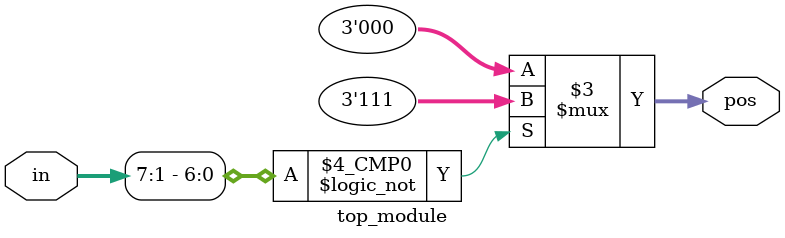
<source format=sv>
module top_module (
    input [7:0] in,
    output reg [2:0] pos
);

    always @* begin
        casex(in)
            8'b1??: pos = 0;
            8'b01??: pos = 1;
            8'b001??: pos = 2;
            8'b0001??: pos = 3;
            8'b00001??: pos = 4;
            8'b000001??: pos = 5;
            8'b0000001??: pos = 6;
            8'b0000000?: pos = 7;
            default: pos = 0;
        endcase
    end

endmodule

</source>
